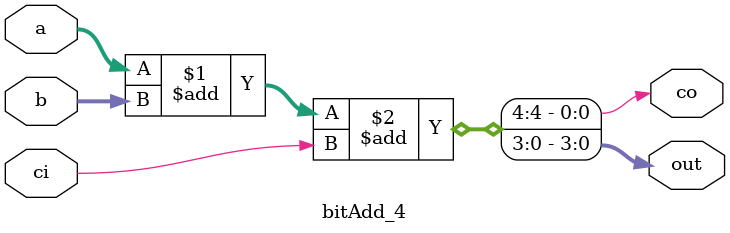
<source format=sv>
module bitAdd_4
(
    input logic [3:0]   a, b,
    input logic ci,
    output logic [3:0]   out,
    output logic co
);

assign {co, out} = a + b + ci;

endmodule
</source>
